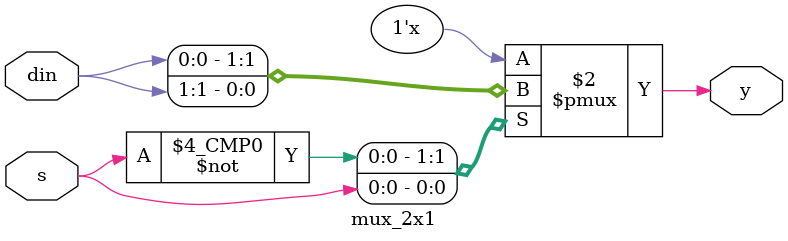
<source format=v>
/*
behavioral model of a 2x1 mux using if else
*/

module mux_2x1(input[1:0] din, input s, output reg y);

    always @(din or s) begin
        case (s)
            1'b0: y = din[0];
            1'b1: y = din[1];
            default: y = 1'bz;
        endcase
    end

endmodule
</source>
